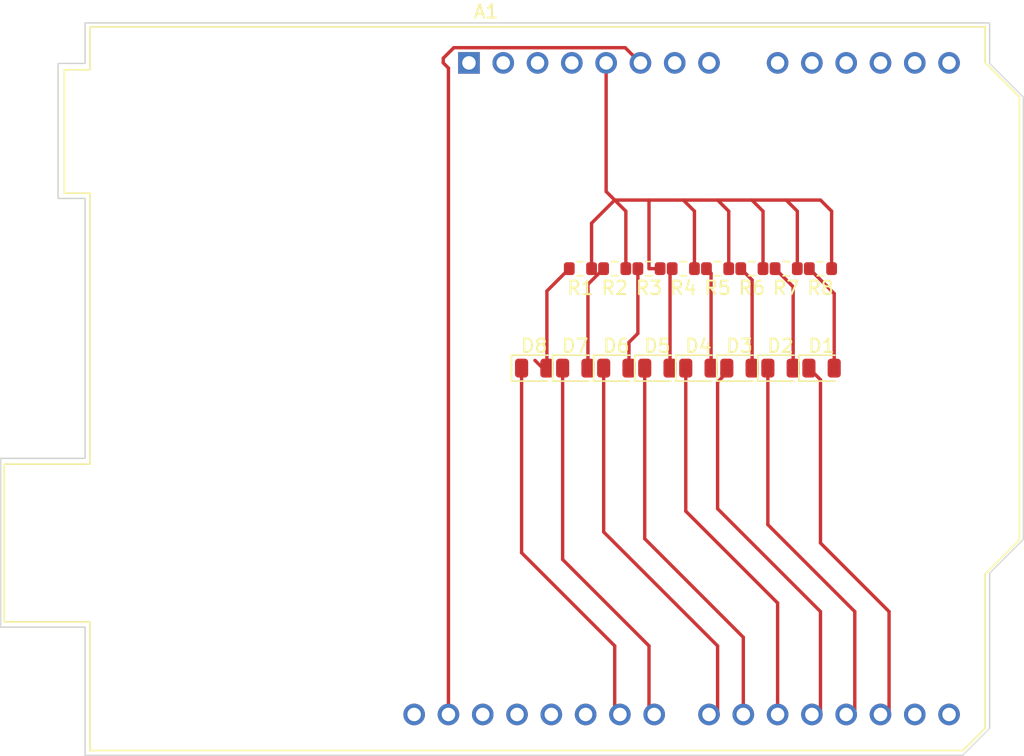
<source format=kicad_pcb>
(kicad_pcb (version 20221018) (generator pcbnew)
  (layers (0 "F.Cu" signal) (31 "B.Cu" signal) (34 "B.Paste" user) (35 "F.Paste" user) (36 "B.SilkS" user "B.Silkscreen") (37 "F.SilkS" user "F.Silkscreen") (38 "B.Mask" user) (39 "F.Mask" user) (44 "Edge.Cuts" user))
  (net 0 "")
  (net 5 "Net-(A1-+5V)")
  (net 6 "GND")
  (net 16 "Net-(A1-D2)")
  (net 17 "Net-(A1-D3)")
  (net 18 "Net-(A1-D4)")
  (net 19 "Net-(A1-D5)")
  (net 20 "Net-(A1-D6)")
  (net 21 "Net-(A1-D7)")
  (net 22 "Net-(A1-D8)")
  (net 23 "Net-(A1-D9)")
  (net 29 "Net-(D1-A)")
  (net 30 "Net-(D2-A)")
  (net 31 "Net-(D3-A)")
  (net 32 "Net-(D4-A)")
  (net 33 "Net-(D5-A)")
  (net 34 "Net-(D6-A)")
  (net 35 "Net-(D7-A)")
  (net 36 "Net-(D8-A)")
  (footprint "Resistor_SMD:R_0603_1608Metric" (layer "F.Cu") (at 157.48 76.2 180)
    (fp_text reference "R2" (at 0 -1.43) (layer "F.SilkS"))
    (fp_text value "247")
    (fp_line (start -0.237258 -0.5225) (end 0.237258 -0.5225) (stroke (width 0.12)) (layer "F.SilkS"))
    (fp_line (start -0.237258 0.5225) (end 0.237258 0.5225) (stroke (width 0.12)) (layer "F.SilkS"))
    (pad "1" smd roundrect (at -0.825 0 180) (size 0.8 0.95) (layers "F.Cu" "F.Paste" "F.Mask") (net 5 "Net-(A1-+5V)"))
    (pad "2" smd roundrect (at 0.825 0 180) (size 0.8 0.95) (layers "F.Cu" "F.Paste" "F.Mask") (net 35 "Net-(D7-A)"))
  )
  (footprint "LED_SMD:LED_0805_2012Metric" (layer "F.Cu") (at 166.72 83.5675)
    (fp_text reference "D3" (at 0 -1.65) (layer "F.SilkS"))
    (fp_text value "LED")
    (fp_line (start -1.685 -0.96) (end -1.685 0.96) (stroke (width 0.12)) (layer "F.SilkS"))
    (fp_line (start -1.685 0.96) (end 1 0.96) (stroke (width 0.12)) (layer "F.SilkS"))
    (fp_line (start 1 -0.96) (end -1.685 -0.96) (stroke (width 0.12)) (layer "F.SilkS"))
    (pad "1" smd roundrect (at -0.9375 0) (size 0.975 1.4) (layers "F.Cu" "F.Paste" "F.Mask") (net 18 "Net-(A1-D4)"))
    (pad "2" smd roundrect (at 0.9375 0) (size 0.975 1.4) (layers "F.Cu" "F.Paste" "F.Mask") (net 31 "Net-(D3-A)"))
  )
  (footprint "LED_SMD:LED_0805_2012Metric" (layer "F.Cu") (at 160.64 83.5675)
    (fp_text reference "D5" (at 0 -1.65) (layer "F.SilkS"))
    (fp_text value "LED")
    (fp_line (start -1.685 -0.96) (end -1.685 0.96) (stroke (width 0.12)) (layer "F.SilkS"))
    (fp_line (start -1.685 0.96) (end 1 0.96) (stroke (width 0.12)) (layer "F.SilkS"))
    (fp_line (start 1 -0.96) (end -1.685 -0.96) (stroke (width 0.12)) (layer "F.SilkS"))
    (pad "1" smd roundrect (at -0.9375 0) (size 0.975 1.4) (layers "F.Cu" "F.Paste" "F.Mask") (net 20 "Net-(A1-D6)"))
    (pad "2" smd roundrect (at 0.9375 0) (size 0.975 1.4) (layers "F.Cu" "F.Paste" "F.Mask") (net 33 "Net-(D5-A)"))
  )
  (footprint "Resistor_SMD:R_0603_1608Metric" (layer "F.Cu") (at 167.64 76.2 180)
    (fp_text reference "R6" (at 0 -1.43) (layer "F.SilkS"))
    (fp_text value "247")
    (fp_line (start -0.237258 -0.5225) (end 0.237258 -0.5225) (stroke (width 0.12)) (layer "F.SilkS"))
    (fp_line (start -0.237258 0.5225) (end 0.237258 0.5225) (stroke (width 0.12)) (layer "F.SilkS"))
    (pad "1" smd roundrect (at -0.825 0 180) (size 0.8 0.95) (layers "F.Cu" "F.Paste" "F.Mask") (net 5 "Net-(A1-+5V)"))
    (pad "2" smd roundrect (at 0.825 0 180) (size 0.8 0.95) (layers "F.Cu" "F.Paste" "F.Mask") (net 31 "Net-(D3-A)"))
  )
  (footprint "LED_SMD:LED_0805_2012Metric" (layer "F.Cu") (at 172.8 83.5675)
    (fp_text reference "D1" (at 0 -1.65) (layer "F.SilkS"))
    (fp_text value "LED")
    (fp_line (start -1.685 -0.96) (end -1.685 0.96) (stroke (width 0.12)) (layer "F.SilkS"))
    (fp_line (start -1.685 0.96) (end 1 0.96) (stroke (width 0.12)) (layer "F.SilkS"))
    (fp_line (start 1 -0.96) (end -1.685 -0.96) (stroke (width 0.12)) (layer "F.SilkS"))
    (pad "1" smd roundrect (at -0.9375 0) (size 0.975 1.4) (layers "F.Cu" "F.Paste" "F.Mask") (net 16 "Net-(A1-D2)"))
    (pad "2" smd roundrect (at 0.9375 0) (size 0.975 1.4) (layers "F.Cu" "F.Paste" "F.Mask") (net 29 "Net-(D1-A)"))
  )
  (footprint "Resistor_SMD:R_0603_1608Metric" (layer "F.Cu") (at 170.18 76.2 180)
    (fp_text reference "R7" (at 0 -1.43) (layer "F.SilkS"))
    (fp_text value "247")
    (fp_line (start -0.237258 -0.5225) (end 0.237258 -0.5225) (stroke (width 0.12)) (layer "F.SilkS"))
    (fp_line (start -0.237258 0.5225) (end 0.237258 0.5225) (stroke (width 0.12)) (layer "F.SilkS"))
    (pad "1" smd roundrect (at -0.825 0 180) (size 0.8 0.95) (layers "F.Cu" "F.Paste" "F.Mask") (net 5 "Net-(A1-+5V)"))
    (pad "2" smd roundrect (at 0.825 0 180) (size 0.8 0.95) (layers "F.Cu" "F.Paste" "F.Mask") (net 30 "Net-(D2-A)"))
  )
  (footprint "LED_SMD:LED_0805_2012Metric" (layer "F.Cu") (at 169.76 83.5675)
    (fp_text reference "D2" (at 0 -1.65) (layer "F.SilkS"))
    (fp_text value "LED")
    (fp_line (start -1.685 -0.96) (end -1.685 0.96) (stroke (width 0.12)) (layer "F.SilkS"))
    (fp_line (start -1.685 0.96) (end 1 0.96) (stroke (width 0.12)) (layer "F.SilkS"))
    (fp_line (start 1 -0.96) (end -1.685 -0.96) (stroke (width 0.12)) (layer "F.SilkS"))
    (pad "1" smd roundrect (at -0.9375 0) (size 0.975 1.4) (layers "F.Cu" "F.Paste" "F.Mask") (net 17 "Net-(A1-D3)"))
    (pad "2" smd roundrect (at 0.9375 0) (size 0.975 1.4) (layers "F.Cu" "F.Paste" "F.Mask") (net 30 "Net-(D2-A)"))
  )
  (footprint "Resistor_SMD:R_0603_1608Metric" (layer "F.Cu") (at 162.56 76.2 180)
    (fp_text reference "R4" (at 0 -1.43) (layer "F.SilkS"))
    (fp_text value "247")
    (fp_line (start -0.237258 -0.5225) (end 0.237258 -0.5225) (stroke (width 0.12)) (layer "F.SilkS"))
    (fp_line (start -0.237258 0.5225) (end 0.237258 0.5225) (stroke (width 0.12)) (layer "F.SilkS"))
    (pad "1" smd roundrect (at -0.825 0 180) (size 0.8 0.95) (layers "F.Cu" "F.Paste" "F.Mask") (net 5 "Net-(A1-+5V)"))
    (pad "2" smd roundrect (at 0.825 0 180) (size 0.8 0.95) (layers "F.Cu" "F.Paste" "F.Mask") (net 33 "Net-(D5-A)"))
  )
  (footprint "Resistor_SMD:R_0603_1608Metric" (layer "F.Cu") (at 165.1 76.2 180)
    (fp_text reference "R5" (at 0 -1.43) (layer "F.SilkS"))
    (fp_text value "247")
    (fp_line (start -0.237258 -0.5225) (end 0.237258 -0.5225) (stroke (width 0.12)) (layer "F.SilkS"))
    (fp_line (start -0.237258 0.5225) (end 0.237258 0.5225) (stroke (width 0.12)) (layer "F.SilkS"))
    (pad "1" smd roundrect (at -0.825 0 180) (size 0.8 0.95) (layers "F.Cu" "F.Paste" "F.Mask") (net 5 "Net-(A1-+5V)"))
    (pad "2" smd roundrect (at 0.825 0 180) (size 0.8 0.95) (layers "F.Cu" "F.Paste" "F.Mask") (net 32 "Net-(D4-A)"))
  )
  (footprint "Module:Arduino_UNO_R2" (layer "F.Cu") (at 146.685 60.96)
    (fp_text reference "A1" (at 1.27 -3.81 180) (layer "F.SilkS"))
    (fp_text value "Arduino_UNO_R2")
    (fp_line (start -34.42 29.72) (end -34.42 41.4) (stroke (width 0.12)) (layer "F.SilkS"))
    (fp_line (start -34.42 41.4) (end -28.07 41.4) (stroke (width 0.12)) (layer "F.SilkS"))
    (fp_line (start -29.97 0.51) (end -29.97 9.65) (stroke (width 0.12)) (layer "F.SilkS"))
    (fp_line (start -29.97 9.65) (end -28.07 9.65) (stroke (width 0.12)) (layer "F.SilkS"))
    (fp_line (start -28.07 -2.67) (end -28.07 0.51) (stroke (width 0.12)) (layer "F.SilkS"))
    (fp_line (start -28.07 0.51) (end -29.97 0.51) (stroke (width 0.12)) (layer "F.SilkS"))
    (fp_line (start -28.07 9.65) (end -28.07 29.72) (stroke (width 0.12)) (layer "F.SilkS"))
    (fp_line (start -28.07 29.72) (end -34.42 29.72) (stroke (width 0.12)) (layer "F.SilkS"))
    (fp_line (start -28.07 41.4) (end -28.07 50.93) (stroke (width 0.12)) (layer "F.SilkS"))
    (fp_line (start -28.07 50.93) (end 36.58 50.93) (stroke (width 0.12)) (layer "F.SilkS"))
    (fp_line (start 36.58 50.93) (end 38.23 49.28) (stroke (width 0.12)) (layer "F.SilkS"))
    (fp_line (start 38.23 -2.67) (end -28.07 -2.67) (stroke (width 0.12)) (layer "F.SilkS"))
    (fp_line (start 38.23 0) (end 38.23 -2.67) (stroke (width 0.12)) (layer "F.SilkS"))
    (fp_line (start 38.23 37.85) (end 40.77 35.31) (stroke (width 0.12)) (layer "F.SilkS"))
    (fp_line (start 38.23 49.28) (end 38.23 37.85) (stroke (width 0.12)) (layer "F.SilkS"))
    (fp_line (start 40.77 2.54) (end 38.23 0) (stroke (width 0.12)) (layer "F.SilkS"))
    (fp_line (start 40.77 35.31) (end 40.77 2.54) (stroke (width 0.12)) (layer "F.SilkS"))
    (pad "1" thru_hole rect (at 0 0 90) (size 1.6 1.6) (drill 1) (layers "*.Cu" "*.Mask"))
    (pad "2" thru_hole oval (at 2.54 0 90) (size 1.6 1.6) (drill 1) (layers "*.Cu" "*.Mask"))
    (pad "3" thru_hole oval (at 5.08 0 90) (size 1.6 1.6) (drill 1) (layers "*.Cu" "*.Mask"))
    (pad "4" thru_hole oval (at 7.62 0 90) (size 1.6 1.6) (drill 1) (layers "*.Cu" "*.Mask"))
    (pad "5" thru_hole oval (at 10.16 0 90) (size 1.6 1.6) (drill 1) (layers "*.Cu" "*.Mask") (net 5 "Net-(A1-+5V)"))
    (pad "6" thru_hole oval (at 12.7 0 90) (size 1.6 1.6) (drill 1) (layers "*.Cu" "*.Mask") (net 6 "GND"))
    (pad "7" thru_hole oval (at 15.24 0 90) (size 1.6 1.6) (drill 1) (layers "*.Cu" "*.Mask") (net 6 "GND"))
    (pad "8" thru_hole oval (at 17.78 0 90) (size 1.6 1.6) (drill 1) (layers "*.Cu" "*.Mask"))
    (pad "9" thru_hole oval (at 22.86 0 90) (size 1.6 1.6) (drill 1) (layers "*.Cu" "*.Mask"))
    (pad "10" thru_hole oval (at 25.4 0 90) (size 1.6 1.6) (drill 1) (layers "*.Cu" "*.Mask"))
    (pad "11" thru_hole oval (at 27.94 0 90) (size 1.6 1.6) (drill 1) (layers "*.Cu" "*.Mask"))
    (pad "12" thru_hole oval (at 30.48 0 90) (size 1.6 1.6) (drill 1) (layers "*.Cu" "*.Mask"))
    (pad "13" thru_hole oval (at 33.02 0 90) (size 1.6 1.6) (drill 1) (layers "*.Cu" "*.Mask"))
    (pad "14" thru_hole oval (at 35.56 0 90) (size 1.6 1.6) (drill 1) (layers "*.Cu" "*.Mask"))
    (pad "15" thru_hole oval (at 35.56 48.26 90) (size 1.6 1.6) (drill 1) (layers "*.Cu" "*.Mask"))
    (pad "16" thru_hole oval (at 33.02 48.26 90) (size 1.6 1.6) (drill 1) (layers "*.Cu" "*.Mask"))
    (pad "17" thru_hole oval (at 30.48 48.26 90) (size 1.6 1.6) (drill 1) (layers "*.Cu" "*.Mask") (net 16 "Net-(A1-D2)"))
    (pad "18" thru_hole oval (at 27.94 48.26 90) (size 1.6 1.6) (drill 1) (layers "*.Cu" "*.Mask") (net 17 "Net-(A1-D3)"))
    (pad "19" thru_hole oval (at 25.4 48.26 90) (size 1.6 1.6) (drill 1) (layers "*.Cu" "*.Mask") (net 18 "Net-(A1-D4)"))
    (pad "20" thru_hole oval (at 22.86 48.26 90) (size 1.6 1.6) (drill 1) (layers "*.Cu" "*.Mask") (net 19 "Net-(A1-D5)"))
    (pad "21" thru_hole oval (at 20.32 48.26 90) (size 1.6 1.6) (drill 1) (layers "*.Cu" "*.Mask") (net 20 "Net-(A1-D6)"))
    (pad "22" thru_hole oval (at 17.78 48.26 90) (size 1.6 1.6) (drill 1) (layers "*.Cu" "*.Mask") (net 21 "Net-(A1-D7)"))
    (pad "23" thru_hole oval (at 13.72 48.26 90) (size 1.6 1.6) (drill 1) (layers "*.Cu" "*.Mask") (net 22 "Net-(A1-D8)"))
    (pad "24" thru_hole oval (at 11.18 48.26 90) (size 1.6 1.6) (drill 1) (layers "*.Cu" "*.Mask") (net 23 "Net-(A1-D9)"))
    (pad "25" thru_hole oval (at 8.64 48.26 90) (size 1.6 1.6) (drill 1) (layers "*.Cu" "*.Mask"))
    (pad "26" thru_hole oval (at 6.1 48.26 90) (size 1.6 1.6) (drill 1) (layers "*.Cu" "*.Mask"))
    (pad "27" thru_hole oval (at 3.56 48.26 90) (size 1.6 1.6) (drill 1) (layers "*.Cu" "*.Mask"))
    (pad "28" thru_hole oval (at 1.02 48.26 90) (size 1.6 1.6) (drill 1) (layers "*.Cu" "*.Mask"))
    (pad "29" thru_hole oval (at -1.52 48.26 90) (size 1.6 1.6) (drill 1) (layers "*.Cu" "*.Mask") (net 6 "GND"))
    (pad "30" thru_hole oval (at -4.06 48.26 90) (size 1.6 1.6) (drill 1) (layers "*.Cu" "*.Mask"))
  )
  (footprint "LED_SMD:LED_0805_2012Metric" (layer "F.Cu") (at 151.52 83.5675)
    (fp_text reference "D8" (at 0 -1.65) (layer "F.SilkS"))
    (fp_text value "LED")
    (fp_line (start -1.685 -0.96) (end -1.685 0.96) (stroke (width 0.12)) (layer "F.SilkS"))
    (fp_line (start -1.685 0.96) (end 1 0.96) (stroke (width 0.12)) (layer "F.SilkS"))
    (fp_line (start 1 -0.96) (end -1.685 -0.96) (stroke (width 0.12)) (layer "F.SilkS"))
    (pad "1" smd roundrect (at -0.9375 0) (size 0.975 1.4) (layers "F.Cu" "F.Paste" "F.Mask") (net 23 "Net-(A1-D9)"))
    (pad "2" smd roundrect (at 0.9375 0) (size 0.975 1.4) (layers "F.Cu" "F.Paste" "F.Mask") (net 36 "Net-(D8-A)"))
  )
  (footprint "Resistor_SMD:R_0603_1608Metric" (layer "F.Cu") (at 160.02 76.2 180)
    (fp_text reference "R3" (at 0 -1.43) (layer "F.SilkS"))
    (fp_text value "247")
    (fp_line (start -0.237258 -0.5225) (end 0.237258 -0.5225) (stroke (width 0.12)) (layer "F.SilkS"))
    (fp_line (start -0.237258 0.5225) (end 0.237258 0.5225) (stroke (width 0.12)) (layer "F.SilkS"))
    (pad "1" smd roundrect (at -0.825 0 180) (size 0.8 0.95) (layers "F.Cu" "F.Paste" "F.Mask") (net 5 "Net-(A1-+5V)"))
    (pad "2" smd roundrect (at 0.825 0 180) (size 0.8 0.95) (layers "F.Cu" "F.Paste" "F.Mask") (net 34 "Net-(D6-A)"))
  )
  (footprint "LED_SMD:LED_0805_2012Metric" (layer "F.Cu") (at 154.56 83.5675)
    (fp_text reference "D7" (at 0 -1.65) (layer "F.SilkS"))
    (fp_text value "LED")
    (fp_line (start -1.685 -0.96) (end -1.685 0.96) (stroke (width 0.12)) (layer "F.SilkS"))
    (fp_line (start -1.685 0.96) (end 1 0.96) (stroke (width 0.12)) (layer "F.SilkS"))
    (fp_line (start 1 -0.96) (end -1.685 -0.96) (stroke (width 0.12)) (layer "F.SilkS"))
    (pad "1" smd roundrect (at -0.9375 0) (size 0.975 1.4) (layers "F.Cu" "F.Paste" "F.Mask") (net 22 "Net-(A1-D8)"))
    (pad "2" smd roundrect (at 0.9375 0) (size 0.975 1.4) (layers "F.Cu" "F.Paste" "F.Mask") (net 35 "Net-(D7-A)"))
  )
  (footprint "LED_SMD:LED_0805_2012Metric" (layer "F.Cu") (at 163.68 83.5675)
    (fp_text reference "D4" (at 0 -1.65) (layer "F.SilkS"))
    (fp_text value "LED")
    (fp_line (start -1.685 -0.96) (end -1.685 0.96) (stroke (width 0.12)) (layer "F.SilkS"))
    (fp_line (start -1.685 0.96) (end 1 0.96) (stroke (width 0.12)) (layer "F.SilkS"))
    (fp_line (start 1 -0.96) (end -1.685 -0.96) (stroke (width 0.12)) (layer "F.SilkS"))
    (pad "1" smd roundrect (at -0.9375 0) (size 0.975 1.4) (layers "F.Cu" "F.Paste" "F.Mask") (net 19 "Net-(A1-D5)"))
    (pad "2" smd roundrect (at 0.9375 0) (size 0.975 1.4) (layers "F.Cu" "F.Paste" "F.Mask") (net 32 "Net-(D4-A)"))
  )
  (footprint "Resistor_SMD:R_0603_1608Metric" (layer "F.Cu") (at 154.94 76.2 180)
    (fp_text reference "R1" (at 0 -1.43) (layer "F.SilkS"))
    (fp_text value "247")
    (fp_line (start -0.237258 -0.5225) (end 0.237258 -0.5225) (stroke (width 0.12)) (layer "F.SilkS"))
    (fp_line (start -0.237258 0.5225) (end 0.237258 0.5225) (stroke (width 0.12)) (layer "F.SilkS"))
    (pad "1" smd roundrect (at -0.825 0 180) (size 0.8 0.95) (layers "F.Cu" "F.Paste" "F.Mask") (net 5 "Net-(A1-+5V)"))
    (pad "2" smd roundrect (at 0.825 0 180) (size 0.8 0.95) (layers "F.Cu" "F.Paste" "F.Mask") (net 36 "Net-(D8-A)"))
  )
  (footprint "Resistor_SMD:R_0603_1608Metric" (layer "F.Cu") (at 172.72 76.2 180)
    (fp_text reference "R8" (at 0 -1.43) (layer "F.SilkS"))
    (fp_text value "247")
    (fp_line (start -0.237258 -0.5225) (end 0.237258 -0.5225) (stroke (width 0.12)) (layer "F.SilkS"))
    (fp_line (start -0.237258 0.5225) (end 0.237258 0.5225) (stroke (width 0.12)) (layer "F.SilkS"))
    (pad "1" smd roundrect (at -0.825 0 180) (size 0.8 0.95) (layers "F.Cu" "F.Paste" "F.Mask") (net 5 "Net-(A1-+5V)"))
    (pad "2" smd roundrect (at 0.825 0 180) (size 0.8 0.95) (layers "F.Cu" "F.Paste" "F.Mask") (net 29 "Net-(D1-A)"))
  )
  (footprint "LED_SMD:LED_0805_2012Metric" (layer "F.Cu") (at 157.6 83.5675)
    (fp_text reference "D6" (at 0 -1.65) (layer "F.SilkS"))
    (fp_text value "LED")
    (fp_line (start -1.685 -0.96) (end -1.685 0.96) (stroke (width 0.12)) (layer "F.SilkS"))
    (fp_line (start -1.685 0.96) (end 1 0.96) (stroke (width 0.12)) (layer "F.SilkS"))
    (fp_line (start 1 -0.96) (end -1.685 -0.96) (stroke (width 0.12)) (layer "F.SilkS"))
    (pad "1" smd roundrect (at -0.9375 0) (size 0.975 1.4) (layers "F.Cu" "F.Paste" "F.Mask") (net 21 "Net-(A1-D7)"))
    (pad "2" smd roundrect (at 0.9375 0) (size 0.975 1.4) (layers "F.Cu" "F.Paste" "F.Mask") (net 34 "Net-(D6-A)"))
  )
  (gr_line (start 116.25 61) (end 118.25 61) (stroke (width 0.1)) (layer "Edge.Cuts"))
  (gr_line (start 185.25 110.25) (end 183.25 112.25) (stroke (width 0.1)) (layer "Edge.Cuts"))
  (gr_line (start 112 102.75) (end 112 90.25) (stroke (width 0.1)) (layer "Edge.Cuts"))
  (gr_line (start 112 90.25) (end 118.25 90.25) (stroke (width 0.1)) (layer "Edge.Cuts"))
  (gr_line (start 187.75 63.5) (end 187.75 96.25) (stroke (width 0.1)) (layer "Edge.Cuts"))
  (gr_line (start 118.25 90.25) (end 118.25 71) (stroke (width 0.1)) (layer "Edge.Cuts"))
  (gr_line (start 118.25 61) (end 118.25 58) (stroke (width 0.1)) (layer "Edge.Cuts"))
  (gr_line (start 187.75 96.25) (end 185.25 98.75) (stroke (width 0.1)) (layer "Edge.Cuts"))
  (gr_line (start 118.25 71) (end 116.25 71) (stroke (width 0.1)) (layer "Edge.Cuts"))
  (gr_line (start 183.25 112.25) (end 118.25 112.25) (stroke (width 0.1)) (layer "Edge.Cuts"))
  (gr_line (start 185.25 98.75) (end 185.25 110.25) (stroke (width 0.1)) (layer "Edge.Cuts"))
  (gr_line (start 185.25 61) (end 187.75 63.5) (stroke (width 0.1)) (layer "Edge.Cuts"))
  (gr_line (start 116.25 71) (end 116.25 61) (stroke (width 0.1)) (layer "Edge.Cuts"))
  (gr_line (start 185.25 58) (end 185.25 61) (stroke (width 0.1)) (layer "Edge.Cuts"))
  (gr_line (start 118.25 102.75) (end 112 102.75) (stroke (width 0.1)) (layer "Edge.Cuts"))
  (gr_line (start 118.25 58) (end 185.25 58) (stroke (width 0.1)) (layer "Edge.Cuts"))
  (gr_line (start 118.25 112.25) (end 118.25 102.75) (stroke (width 0.1)) (layer "Edge.Cuts"))
  (segment (start 171.005 71.945) (end 170.18 71.12) (width 0.25) (layer "F.Cu") (net 5))
  (segment (start 165.1 71.12) (end 162.56 71.12) (width 0.25) (layer "F.Cu") (net 5))
  (segment (start 160.845 76.2) (end 160.02 76.2) (width 0.25) (layer "F.Cu") (net 5))
  (segment (start 158.305 71.945) (end 158.305 76.2) (width 0.25) (layer "F.Cu") (net 5))
  (segment (start 172.72 71.12) (end 170.18 71.12) (width 0.25) (layer "F.Cu") (net 5))
  (segment (start 163.385 76.2) (end 163.385 71.945) (width 0.25) (layer "F.Cu") (net 5))
  (segment (start 165.925 76.2) (end 165.925 71.945) (width 0.25) (layer "F.Cu") (net 5))
  (segment (start 156.845 70.485) (end 156.845 60.96) (width 0.25) (layer "F.Cu") (net 5))
  (segment (start 168.465 71.945) (end 167.64 71.12) (width 0.25) (layer "F.Cu") (net 5))
  (segment (start 160.02 76.2) (end 160.02 71.12) (width 0.25) (layer "F.Cu") (net 5))
  (segment (start 170.18 71.12) (end 167.64 71.12) (width 0.25) (layer "F.Cu") (net 5))
  (segment (start 160.02 71.12) (end 157.48 71.12) (width 0.25) (layer "F.Cu") (net 5))
  (segment (start 157.48 71.12) (end 158.305 71.945) (width 0.25) (layer "F.Cu") (net 5))
  (segment (start 157.48 71.12) (end 156.845 70.485) (width 0.25) (layer "F.Cu") (net 5))
  (segment (start 155.765 72.835) (end 157.48 71.12) (width 0.25) (layer "F.Cu") (net 5))
  (segment (start 163.385 71.945) (end 162.56 71.12) (width 0.25) (layer "F.Cu") (net 5))
  (segment (start 155.765 76.2) (end 155.765 72.835) (width 0.25) (layer "F.Cu") (net 5))
  (segment (start 173.545 71.945) (end 172.72 71.12) (width 0.25) (layer "F.Cu") (net 5))
  (segment (start 171.005 76.2) (end 171.005 71.945) (width 0.25) (layer "F.Cu") (net 5))
  (segment (start 162.56 71.12) (end 160.02 71.12) (width 0.25) (layer "F.Cu") (net 5))
  (segment (start 173.545 76.2) (end 173.545 71.945) (width 0.25) (layer "F.Cu") (net 5))
  (segment (start 167.64 71.12) (end 165.1 71.12) (width 0.25) (layer "F.Cu") (net 5))
  (segment (start 165.925 71.945) (end 165.1 71.12) (width 0.25) (layer "F.Cu") (net 5))
  (segment (start 168.465 76.2) (end 168.465 71.945) (width 0.25) (layer "F.Cu") (net 5))
  (segment (start 159.385 60.96) (end 158.26 59.835) (width 0.25) (layer "F.Cu") (net 6))
  (segment (start 144.78 60.96) (end 145.165 61.345) (width 0.25) (layer "F.Cu") (net 6))
  (segment (start 145.56 59.835) (end 144.78 60.615) (width 0.25) (layer "F.Cu") (net 6))
  (segment (start 158.26 59.835) (end 145.56 59.835) (width 0.25) (layer "F.Cu") (net 6))
  (segment (start 159.385 60.96) (end 160.02 60.96) (width 0.25) (layer "F.Cu") (net 6))
  (segment (start 144.78 60.615) (end 144.78 60.96) (width 0.25) (layer "F.Cu") (net 6))
  (segment (start 145.165 61.345) (end 145.165 109.22) (width 0.25) (layer "F.Cu") (net 6))
  (segment (start 172.72 96.52) (end 172.72 84.425) (width 0.25) (layer "F.Cu") (net 16))
  (segment (start 177.8 101.6) (end 172.72 96.52) (width 0.25) (layer "F.Cu") (net 16))
  (segment (start 172.72 84.425) (end 171.8625 83.5675) (width 0.25) (layer "F.Cu") (net 16))
  (segment (start 177.8 109.22) (end 177.8 101.6) (width 0.25) (layer "F.Cu") (net 16))
  (segment (start 175.26 101.6) (end 168.8225 95.1625) (width 0.25) (layer "F.Cu") (net 17))
  (segment (start 168.8225 95.1625) (end 168.8225 83.5675) (width 0.25) (layer "F.Cu") (net 17))
  (segment (start 175.26 109.22) (end 175.26 101.6) (width 0.25) (layer "F.Cu") (net 17))
  (segment (start 172.72 101.6) (end 165.1 93.98) (width 0.25) (layer "F.Cu") (net 18))
  (segment (start 172.72 109.22) (end 172.72 101.6) (width 0.25) (layer "F.Cu") (net 18))
  (segment (start 165.103588 84.5925) (end 165.43 84.266088) (width 0.25) (layer "F.Cu") (net 18))
  (segment (start 165.43 84.266088) (end 165.43 83.92) (width 0.25) (layer "F.Cu") (net 18))
  (segment (start 165.1 84.5925) (end 165.103588 84.5925) (width 0.25) (layer "F.Cu") (net 18))
  (segment (start 165.1 93.98) (end 165.1 84.5925) (width 0.25) (layer "F.Cu") (net 18))
  (segment (start 165.43 83.92) (end 165.7825 83.5675) (width 0.25) (layer "F.Cu") (net 18))
  (segment (start 169.545 100.965) (end 162.7425 94.1625) (width 0.25) (layer "F.Cu") (net 19))
  (segment (start 169.545 109.22) (end 169.545 100.965) (width 0.25) (layer "F.Cu") (net 19))
  (segment (start 162.7425 94.1625) (end 162.7425 83.5675) (width 0.25) (layer "F.Cu") (net 19))
  (segment (start 167.005 103.505) (end 159.7025 96.2025) (width 0.25) (layer "F.Cu") (net 20))
  (segment (start 167.005 109.22) (end 167.005 103.505) (width 0.25) (layer "F.Cu") (net 20))
  (segment (start 159.7025 96.2025) (end 159.7025 83.5675) (width 0.25) (layer "F.Cu") (net 20))
  (segment (start 156.6625 95.7025) (end 156.6625 83.5675) (width 0.25) (layer "F.Cu") (net 21))
  (segment (start 164.465 109.22) (end 165.1 109.22) (width 0.25) (layer "F.Cu") (net 21))
  (segment (start 165.1 109.22) (end 165.1 104.14) (width 0.25) (layer "F.Cu") (net 21))
  (segment (start 165.1 104.14) (end 156.6625 95.7025) (width 0.25) (layer "F.Cu") (net 21))
  (segment (start 153.6225 97.7425) (end 153.6225 83.5675) (width 0.25) (layer "F.Cu") (net 22))
  (segment (start 160.02 109.22) (end 160.02 104.14) (width 0.25) (layer "F.Cu") (net 22))
  (segment (start 160.02 104.14) (end 153.6225 97.7425) (width 0.25) (layer "F.Cu") (net 22))
  (segment (start 160.405 109.22) (end 160.02 109.22) (width 0.25) (layer "F.Cu") (net 22))
  (segment (start 157.48 109.22) (end 157.48 104.14) (width 0.25) (layer "F.Cu") (net 23))
  (segment (start 150.5825 97.2425) (end 150.5825 83.5675) (width 0.25) (layer "F.Cu") (net 23))
  (segment (start 157.48 104.14) (end 150.5825 97.2425) (width 0.25) (layer "F.Cu") (net 23))
  (segment (start 157.865 109.22) (end 157.48 109.22) (width 0.25) (layer "F.Cu") (net 23))
  (segment (start 173.7375 78.0425) (end 171.895 76.2) (width 0.25) (layer "F.Cu") (net 29))
  (segment (start 173.7375 83.5675) (end 173.7375 78.0425) (width 0.25) (layer "F.Cu") (net 29))
  (segment (start 170.6975 77.5425) (end 169.355 76.2) (width 0.25) (layer "F.Cu") (net 30))
  (segment (start 170.6975 83.5675) (end 170.6975 77.5425) (width 0.25) (layer "F.Cu") (net 30))
  (segment (start 167.6575 83.5675) (end 167.6575 77.0425) (width 0.25) (layer "F.Cu") (net 31))
  (segment (start 167.6575 77.0425) (end 166.815 76.2) (width 0.25) (layer "F.Cu") (net 31))
  (segment (start 164.6175 83.5675) (end 164.6175 76.5425) (width 0.25) (layer "F.Cu") (net 32))
  (segment (start 164.6175 76.5425) (end 164.275 76.2) (width 0.25) (layer "F.Cu") (net 32))
  (segment (start 161.5775 76.3575) (end 161.735 76.2) (width 0.25) (layer "F.Cu") (net 33))
  (segment (start 161.5775 83.5675) (end 161.5775 76.3575) (width 0.25) (layer "F.Cu") (net 33))
  (segment (start 158.5375 83.5675) (end 158.5375 81.6525) (width 0.25) (layer "F.Cu") (net 34))
  (segment (start 159.195 80.995) (end 159.195 76.2) (width 0.25) (layer "F.Cu") (net 34))
  (segment (start 158.5375 81.6525) (end 159.195 80.995) (width 0.25) (layer "F.Cu") (net 34))
  (segment (start 155.4975 77.3575) (end 156.655 76.2) (width 0.25) (layer "F.Cu") (net 35))
  (segment (start 155.4975 83.5675) (end 155.4975 77.3575) (width 0.25) (layer "F.Cu") (net 35))
  (segment (start 152.4575 83.5675) (end 152.4575 77.8575) (width 0.25) (layer "F.Cu") (net 36))
  (segment (start 152.4575 83.7625) (end 152.4 83.82) (width 0.25) (layer "F.Cu") (net 36))
  (segment (start 152.4575 77.8575) (end 154.115 76.2) (width 0.25) (layer "F.Cu") (net 36))
  (segment (start 152.4 83.82) (end 151.575 82.995) (width 0.25) (layer "F.Cu") (net 36))
  (segment (start 152.4575 83.5675) (end 152.4575 83.7625) (width 0.25) (layer "F.Cu") (net 36))
)
</source>
